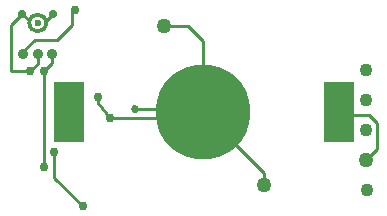
<source format=gbl>
G04 Layer_Physical_Order=2*
G04 Layer_Color=16711680*
%FSAX24Y24*%
%MOIN*%
G70*
G01*
G75*
%ADD18C,0.0100*%
%ADD19C,0.0236*%
%ADD20C,0.0433*%
%ADD21C,0.0270*%
%ADD22C,0.0500*%
%ADD23C,0.0300*%
%ADD24C,0.0120*%
G04:AMPARAMS|DCode=25|XSize=36mil|YSize=36mil|CornerRadius=18mil|HoleSize=0mil|Usage=FLASHONLY|Rotation=0.000|XOffset=0mil|YOffset=0mil|HoleType=Round|Shape=RoundedRectangle|*
%AMROUNDEDRECTD25*
21,1,0.0360,0.0000,0,0,0.0*
21,1,0.0000,0.0360,0,0,0.0*
1,1,0.0360,0.0000,0.0000*
1,1,0.0360,0.0000,0.0000*
1,1,0.0360,0.0000,0.0000*
1,1,0.0360,0.0000,0.0000*
%
%ADD25ROUNDEDRECTD25*%
G04:AMPARAMS|DCode=26|XSize=28mil|YSize=28mil|CornerRadius=14mil|HoleSize=0mil|Usage=FLASHONLY|Rotation=0.000|XOffset=0mil|YOffset=0mil|HoleType=Round|Shape=RoundedRectangle|*
%AMROUNDEDRECTD26*
21,1,0.0280,0.0000,0,0,0.0*
21,1,0.0000,0.0280,0,0,0.0*
1,1,0.0280,0.0000,0.0000*
1,1,0.0280,0.0000,0.0000*
1,1,0.0280,0.0000,0.0000*
1,1,0.0280,0.0000,0.0000*
%
%ADD26ROUNDEDRECTD26*%
%ADD27R,0.1000X0.2000*%
%ADD28C,0.3150*%
D18*
X008350Y004450D02*
X008400Y004400D01*
X006150Y004450D02*
X008350D01*
X010450Y001900D02*
Y002300D01*
X008400Y004350D02*
X010450Y002300D01*
X003150Y007287D02*
X003176Y007313D01*
Y007387D02*
X003416Y007627D01*
Y007553D02*
Y007627D01*
X002384D02*
X002600Y007412D01*
X002000Y007243D02*
X002384Y007627D01*
X002000Y005700D02*
X002650D01*
X002000D02*
Y007243D01*
X002650Y005700D02*
X002896Y005946D01*
Y006273D01*
X003450Y002150D02*
X004400Y001200D01*
X003450Y002150D02*
Y003000D01*
X003550Y006750D02*
X004040Y007240D01*
X002800Y006750D02*
X003550D01*
X002423Y006373D02*
X002800Y006750D01*
X002423Y006273D02*
Y006373D01*
X004040Y007240D02*
Y007750D01*
X005300Y004150D02*
X008300D01*
X003100Y005700D02*
X003376Y005976D01*
Y006273D01*
X004900Y004650D02*
Y004850D01*
Y004650D02*
X005300Y004150D01*
X003100Y002550D02*
Y005700D01*
X013850Y002749D02*
X014200Y003099D01*
Y003583D01*
X014206Y003589D01*
Y003994D01*
X013950Y004250D02*
X014206Y003994D01*
X013100Y004250D02*
X013950D01*
X012950Y004400D02*
X013100Y004250D01*
X007100Y007200D02*
X007900D01*
X008400Y006700D01*
Y004400D02*
Y006700D01*
D19*
X002896Y007313D02*
D03*
D20*
X013839Y003746D02*
D03*
X013850Y002749D02*
D03*
Y004749D02*
D03*
Y005749D02*
D03*
X013861Y001751D02*
D03*
D21*
X006150Y004450D02*
D03*
D22*
X010450Y001900D02*
D03*
X013850Y002750D02*
D03*
X007100Y007200D02*
D03*
D23*
X003450Y003000D02*
D03*
X004400Y001200D02*
D03*
X004150Y007750D02*
D03*
X004900Y004850D02*
D03*
X003100Y002500D02*
D03*
X002650Y005700D02*
D03*
X003100D02*
D03*
X005300Y004150D02*
D03*
D24*
X003176Y007313D02*
G03*
X003176Y007313I-000280J000000D01*
G01*
D25*
X002896Y006273D02*
D03*
X002423D02*
D03*
X003376D02*
D03*
D26*
X002384Y007627D02*
D03*
X003416D02*
D03*
D27*
X012950Y004350D02*
D03*
X003950D02*
D03*
D28*
X008400D02*
D03*
M02*

</source>
